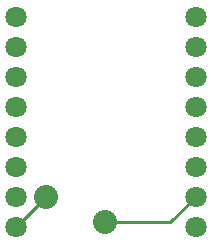
<source format=gbr>
%TF.GenerationSoftware,KiCad,Pcbnew,(6.0.5-0)*%
%TF.CreationDate,2022-06-18T00:21:31+09:00*%
%TF.ProjectId,tinypicokey-lp,74696e79-7069-4636-9f6b-65792d6c702e,rev?*%
%TF.SameCoordinates,Original*%
%TF.FileFunction,Copper,L2,Bot*%
%TF.FilePolarity,Positive*%
%FSLAX46Y46*%
G04 Gerber Fmt 4.6, Leading zero omitted, Abs format (unit mm)*
G04 Created by KiCad (PCBNEW (6.0.5-0)) date 2022-06-18 00:21:31*
%MOMM*%
%LPD*%
G01*
G04 APERTURE LIST*
%TA.AperFunction,ComponentPad*%
%ADD10C,2.032000*%
%TD*%
%TA.AperFunction,ComponentPad*%
%ADD11C,1.800000*%
%TD*%
%TA.AperFunction,Conductor*%
%ADD12C,0.250000*%
%TD*%
G04 APERTURE END LIST*
D10*
%TO.P,SW1,1,1*%
%TO.N,Net-(SW1-Pad1)*%
X102235000Y-96451000D03*
%TO.P,SW1,2,2*%
%TO.N,GND*%
X97235000Y-94351000D03*
%TD*%
D11*
%TO.P,U1,1,VBUS*%
%TO.N,Net-(U1-Pad1)*%
X94680000Y-79060000D03*
%TO.P,U1,2,GND*%
%TO.N,unconnected-(U1-Pad2)*%
X94680000Y-81600000D03*
%TO.P,U1,3,3V3*%
%TO.N,unconnected-(U1-Pad3)*%
X94680000Y-84140000D03*
%TO.P,U1,4,GP29*%
%TO.N,unconnected-(U1-Pad4)*%
X94680000Y-86680000D03*
%TO.P,U1,5,GP28*%
%TO.N,unconnected-(U1-Pad5)*%
X94680000Y-89220000D03*
%TO.P,U1,6,GP27*%
%TO.N,unconnected-(U1-Pad6)*%
X94680000Y-91760000D03*
%TO.P,U1,7,GP26*%
%TO.N,unconnected-(U1-Pad7)*%
X94680000Y-94300000D03*
%TO.P,U1,8,GND*%
%TO.N,GND*%
X94680000Y-96840000D03*
%TO.P,U1,9,GP7*%
%TO.N,unconnected-(U1-Pad9)*%
X109920000Y-96840000D03*
%TO.P,U1,10,GP6*%
%TO.N,Net-(SW1-Pad1)*%
X109920000Y-94300000D03*
%TO.P,U1,11,GP5*%
%TO.N,unconnected-(U1-Pad11)*%
X109920000Y-91760000D03*
%TO.P,U1,12,GP4*%
%TO.N,unconnected-(U1-Pad12)*%
X109920000Y-89220000D03*
%TO.P,U1,13,GP3*%
%TO.N,unconnected-(U1-Pad13)*%
X109920000Y-86680000D03*
%TO.P,U1,14,GP2*%
%TO.N,unconnected-(U1-Pad14)*%
X109920000Y-84140000D03*
%TO.P,U1,15,GP1*%
%TO.N,unconnected-(U1-Pad15)*%
X109920000Y-81600000D03*
%TO.P,U1,16,GP0*%
%TO.N,unconnected-(U1-Pad16)*%
X109920000Y-79060000D03*
%TD*%
D12*
%TO.N,GND*%
X97235000Y-94351000D02*
X94746000Y-96840000D01*
X94746000Y-96840000D02*
X94680000Y-96840000D01*
%TO.N,Net-(SW1-Pad1)*%
X102235000Y-96451000D02*
X107769000Y-96451000D01*
X107769000Y-96451000D02*
X109920000Y-94300000D01*
%TD*%
M02*

</source>
